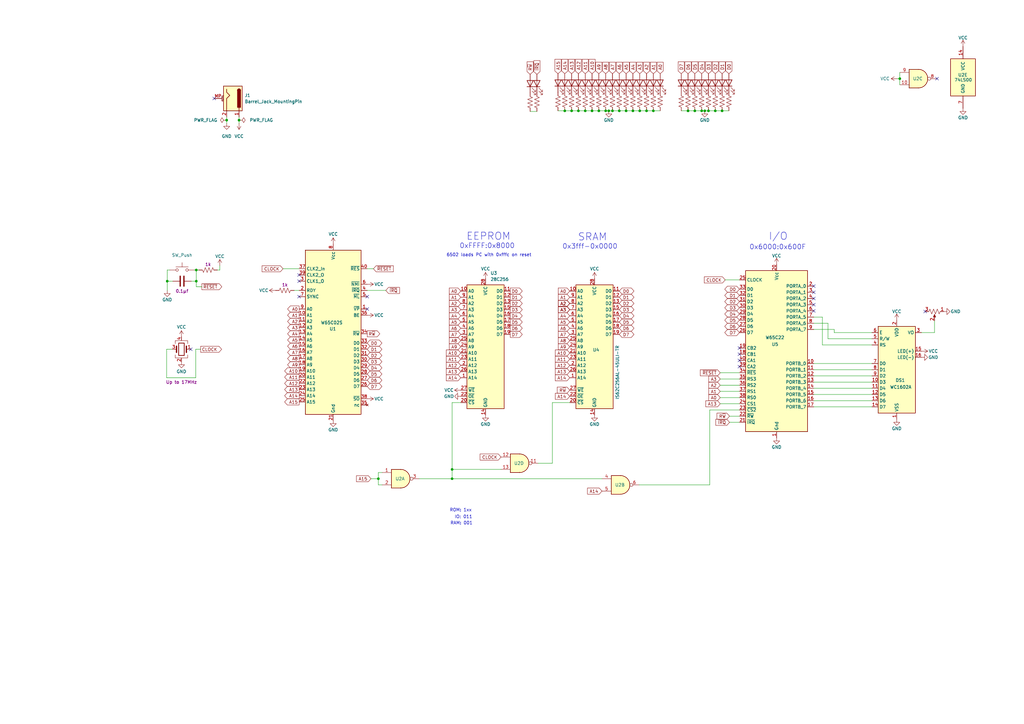
<source format=kicad_sch>
(kicad_sch (version 20211123) (generator eeschema)
  (paper "A3")
  (junction (at 256.794 45.466))
  (junction (at 262.382 45.466))
  (junction (at 242.824 45.466))
  (junction (at 98.044 49.276))
  (junction (at 259.588 45.466))
  (junction (at 254 45.466))
  (junction (at 282.194 45.466))
  (junction (at 234.442 45.466))
  (junction (at 92.964 49.276))
  (junction (at 287.782 45.466))
  (junction (at 289.052 45.466))
  (junction (at 248.412 45.466))
  (junction (at 245.618 45.466))
  (junction (at 68.58 115.316))
  (junction (at 237.236 45.466))
  (junction (at 267.97 45.466))
  (junction (at 185.42 196.342))
  (junction (at 240.03 45.466))
  (junction (at 185.42 192.532))
  (junction (at 293.37 45.466))
  (junction (at 265.176 45.466))
  (junction (at 369.062 32.258))
  (junction (at 155.194 196.342))
  (junction (at 290.576 45.466))
  (junction (at 231.648 45.466))
  (junction (at 296.164 45.466))
  (junction (at 251.206 45.466))
  (junction (at 284.988 45.466))
  (junction (at 249.682 45.466))
  (junction (at 80.518 115.316))
  (junction (at 80.518 110.744))
  (no_connect (at 303.276 145.288))
  (no_connect (at 122.682 121.666))
  (no_connect (at 150.622 126.746))
  (no_connect (at 150.622 121.666))
  (no_connect (at 122.682 115.316))
  (no_connect (at 122.682 112.776))
  (no_connect (at 384.302 32.258))
  (no_connect (at 303.276 150.368))
  (no_connect (at 333.756 117.348))
  (no_connect (at 333.756 119.888))
  (no_connect (at 333.756 122.428))
  (no_connect (at 333.756 124.968))
  (no_connect (at 333.756 127.508))
  (no_connect (at 303.276 147.828))
  (no_connect (at 379.476 127.762))
  (no_connect (at 78.232 143.256))
  (no_connect (at 87.884 40.386))
  (no_connect (at 303.276 142.748))
  (wire (pts (xy 289.052 45.466) (xy 290.576 45.466)))
  (wire (pts (xy 291.084 168.148) (xy 303.276 168.148)))
  (wire (pts (xy 377.952 136.398) (xy 383.286 136.398)))
  (wire (pts (xy 342.138 136.398) (xy 342.138 135.128)))
  (wire (pts (xy 295.402 163.068) (xy 303.276 163.068)))
  (wire (pts (xy 80.264 154.94) (xy 68.326 154.94)))
  (wire (pts (xy 155.194 196.342) (xy 155.194 198.882)))
  (wire (pts (xy 150.622 119.126) (xy 158.242 119.126)))
  (wire (pts (xy 291.084 198.882) (xy 291.084 168.148)))
  (wire (pts (xy 92.964 49.276) (xy 92.964 48.006)))
  (wire (pts (xy 357.632 156.718) (xy 333.756 156.718)))
  (wire (pts (xy 339.598 132.588) (xy 333.756 132.588)))
  (wire (pts (xy 220.726 189.992) (xy 226.568 189.992)))
  (wire (pts (xy 299.212 173.228) (xy 303.276 173.228)))
  (wire (pts (xy 80.518 117.602) (xy 82.804 117.602)))
  (wire (pts (xy 185.42 192.532) (xy 205.486 192.532)))
  (wire (pts (xy 68.58 119.126) (xy 68.58 115.316)))
  (wire (pts (xy 296.164 45.466) (xy 298.958 45.466)))
  (wire (pts (xy 245.618 45.466) (xy 248.412 45.466)))
  (wire (pts (xy 254 45.466) (xy 256.794 45.466)))
  (wire (pts (xy 92.964 50.546) (xy 92.964 49.276)))
  (wire (pts (xy 357.632 141.478) (xy 337.312 141.478)))
  (wire (pts (xy 240.03 45.466) (xy 242.824 45.466)))
  (wire (pts (xy 120.65 119.126) (xy 122.682 119.126)))
  (wire (pts (xy 70.612 143.256) (xy 68.326 143.256)))
  (wire (pts (xy 242.824 45.466) (xy 245.618 45.466)))
  (wire (pts (xy 295.402 160.528) (xy 303.276 160.528)))
  (wire (pts (xy 116.078 110.236) (xy 122.682 110.236)))
  (wire (pts (xy 256.794 45.466) (xy 259.588 45.466)))
  (wire (pts (xy 295.402 165.608) (xy 303.276 165.608)))
  (wire (pts (xy 265.176 45.466) (xy 267.97 45.466)))
  (wire (pts (xy 295.402 157.988) (xy 303.276 157.988)))
  (wire (pts (xy 357.632 164.338) (xy 333.756 164.338)))
  (wire (pts (xy 90.17 110.744) (xy 89.154 110.744)))
  (wire (pts (xy 233.68 165.1) (xy 226.568 165.1)))
  (wire (pts (xy 369.062 32.258) (xy 369.062 34.798)))
  (wire (pts (xy 357.632 149.098) (xy 333.756 149.098)))
  (wire (pts (xy 267.97 45.466) (xy 270.764 45.466)))
  (wire (pts (xy 383.286 131.572) (xy 383.286 136.398)))
  (wire (pts (xy 185.42 196.342) (xy 185.42 192.532)))
  (wire (pts (xy 290.576 45.466) (xy 293.37 45.466)))
  (wire (pts (xy 90.17 108.966) (xy 90.17 110.744)))
  (wire (pts (xy 98.044 49.276) (xy 98.044 48.006)))
  (wire (pts (xy 152.146 196.342) (xy 155.194 196.342)))
  (wire (pts (xy 237.236 45.466) (xy 240.03 45.466)))
  (wire (pts (xy 259.588 45.466) (xy 262.382 45.466)))
  (wire (pts (xy 80.518 110.744) (xy 79.756 110.744)))
  (wire (pts (xy 248.412 45.466) (xy 249.682 45.466)))
  (wire (pts (xy 357.632 154.178) (xy 333.756 154.178)))
  (wire (pts (xy 82.296 143.256) (xy 80.264 143.256)))
  (wire (pts (xy 68.326 154.94) (xy 68.326 143.256)))
  (wire (pts (xy 185.42 165.1) (xy 188.976 165.1)))
  (wire (pts (xy 150.622 110.236) (xy 153.162 110.236)))
  (wire (pts (xy 295.402 152.908) (xy 303.276 152.908)))
  (wire (pts (xy 156.718 193.802) (xy 155.194 193.802)))
  (wire (pts (xy 284.988 45.466) (xy 287.782 45.466)))
  (wire (pts (xy 279.4 45.466) (xy 282.194 45.466)))
  (wire (pts (xy 287.782 45.466) (xy 289.052 45.466)))
  (wire (pts (xy 297.434 114.808) (xy 303.276 114.808)))
  (wire (pts (xy 293.37 45.466) (xy 296.164 45.466)))
  (wire (pts (xy 68.58 110.744) (xy 69.596 110.744)))
  (wire (pts (xy 251.206 45.466) (xy 254 45.466)))
  (wire (pts (xy 357.632 138.938) (xy 339.598 138.938)))
  (wire (pts (xy 262.128 198.882) (xy 291.084 198.882)))
  (wire (pts (xy 81.534 110.744) (xy 80.518 110.744)))
  (wire (pts (xy 70.866 115.316) (xy 68.58 115.316)))
  (wire (pts (xy 185.42 196.342) (xy 246.888 196.342)))
  (wire (pts (xy 357.632 166.878) (xy 333.756 166.878)))
  (wire (pts (xy 155.194 193.802) (xy 155.194 196.342)))
  (wire (pts (xy 337.312 130.048) (xy 333.756 130.048)))
  (wire (pts (xy 339.598 138.938) (xy 339.598 132.588)))
  (wire (pts (xy 249.682 45.466) (xy 251.206 45.466)))
  (wire (pts (xy 337.312 141.478) (xy 337.312 130.048)))
  (wire (pts (xy 185.42 192.532) (xy 185.42 165.1)))
  (wire (pts (xy 368.046 32.258) (xy 369.062 32.258)))
  (wire (pts (xy 299.212 170.688) (xy 303.276 170.688)))
  (wire (pts (xy 295.402 155.448) (xy 303.276 155.448)))
  (wire (pts (xy 80.518 115.316) (xy 80.518 117.602)))
  (wire (pts (xy 68.58 115.316) (xy 68.58 110.744)))
  (wire (pts (xy 357.632 136.398) (xy 342.138 136.398)))
  (wire (pts (xy 228.854 45.466) (xy 231.648 45.466)))
  (wire (pts (xy 155.194 198.882) (xy 156.718 198.882)))
  (wire (pts (xy 231.648 45.466) (xy 234.442 45.466)))
  (wire (pts (xy 282.194 45.466) (xy 284.988 45.466)))
  (wire (pts (xy 357.632 161.798) (xy 333.756 161.798)))
  (wire (pts (xy 226.568 165.1) (xy 226.568 189.992)))
  (wire (pts (xy 217.424 45.72) (xy 220.218 45.72)))
  (wire (pts (xy 234.442 45.466) (xy 237.236 45.466)))
  (wire (pts (xy 342.138 135.128) (xy 333.756 135.128)))
  (wire (pts (xy 98.044 50.546) (xy 98.044 49.276)))
  (wire (pts (xy 171.958 196.342) (xy 185.42 196.342)))
  (wire (pts (xy 80.518 115.316) (xy 80.518 110.744)))
  (wire (pts (xy 357.632 159.258) (xy 333.756 159.258)))
  (wire (pts (xy 262.382 45.466) (xy 265.176 45.466)))
  (wire (pts (xy 80.264 143.256) (xy 80.264 154.94)))
  (wire (pts (xy 369.062 29.718) (xy 369.062 32.258)))
  (wire (pts (xy 357.632 151.638) (xy 333.756 151.638)))
  (wire (pts (xy 78.486 115.316) (xy 80.518 115.316)))
  (text "0xFFFF:0x8000" (at 188.468 102.108 0) (effects (font (size 2 2)) (justify left bottom)))
  (text "I/O" (at 315.214 98.806 0) (effects (font (size 3 3)) (justify left bottom)))
  (text "ROM: 1xx" (at 184.404 210.058 0) (effects (font (size 1.27 1.27)) (justify left bottom)))
  (text "0x3fff-0x0000" (at 230.632 102.362 0) (effects (font (size 2 2)) (justify left bottom)))
  (text "IO: 011" (at 186.436 212.852 0) (effects (font (size 1.27 1.27)) (justify left bottom)))
  (text "0x6000:0x600F" (at 307.34 102.616 0) (effects (font (size 2 2)) (justify left bottom)))
  (text "RAM: 001" (at 184.658 215.392 0) (effects (font (size 1.27 1.27)) (justify left bottom)))
  (text "EEPROM" (at 191.262 98.806 0) (effects (font (size 3 3)) (justify left bottom)))
  (text "6502 loads PC with 0xfffc on reset" (at 183.134 105.41 0) (effects (font (size 1.27 1.27)) (justify left bottom)))
  (text "SRAM" (at 236.982 99.06 0) (effects (font (size 3 3)) (justify left bottom)))
  (global_label "D4" (shape bidirectional) (at 303.276 128.778 180) (property "Intersheet References" "${INTERSHEET_REFS}" (effects hide)))
  (global_label "CLOCK" (shape output) (at 82.296 143.256 0) (property "Intersheet References" "${INTERSHEET_REFS}" (effects hide)))
  (global_label "A14" (shape output) (at 122.682 162.306 180) (property "Intersheet References" "${INTERSHEET_REFS}" (effects hide)))
  (global_label "A2" (shape input) (at 233.68 124.46 180) (property "Intersheet References" "${INTERSHEET_REFS}" (effects hide)))
  (global_label "D6" (shape bidirectional) (at 150.622 155.956 0) (property "Intersheet References" "${INTERSHEET_REFS}" (effects hide)))
  (global_label "A14" (shape input) (at 233.68 162.56 180) (property "Intersheet References" "${INTERSHEET_REFS}" (effects hide)))
  (global_label "D3" (shape bidirectional) (at 303.276 126.238 180) (property "Intersheet References" "${INTERSHEET_REFS}" (effects hide)))
  (global_label "D1" (shape bidirectional) (at 303.276 121.158 180) (property "Intersheet References" "${INTERSHEET_REFS}" (effects hide)))
  (global_label "A2" (shape input) (at 295.402 157.988 180) (property "Intersheet References" "${INTERSHEET_REFS}" (effects hide)))
  (global_label "D6" (shape output) (at 209.296 134.62 0) (property "Intersheet References" "${INTERSHEET_REFS}" (effects hide)))
  (global_label "A5" (shape input) (at 256.794 30.226 90) (property "Intersheet References" "${INTERSHEET_REFS}" (effects hide)))
  (global_label "D7" (shape input) (at 279.4 30.226 90) (property "Intersheet References" "${INTERSHEET_REFS}" (effects hide)))
  (global_label "A7" (shape input) (at 233.68 137.16 180) (property "Intersheet References" "${INTERSHEET_REFS}" (effects hide)))
  (global_label "D1" (shape bidirectional) (at 150.622 143.256 0) (property "Intersheet References" "${INTERSHEET_REFS}" (effects hide)))
  (global_label "D0" (shape bidirectional) (at 254 119.38 0) (property "Intersheet References" "${INTERSHEET_REFS}" (effects hide)))
  (global_label "A4" (shape input) (at 259.588 30.226 90) (property "Intersheet References" "${INTERSHEET_REFS}" (effects hide)))
  (global_label "A15" (shape input) (at 228.854 30.226 90) (property "Intersheet References" "${INTERSHEET_REFS}" (effects hide)))
  (global_label "D3" (shape bidirectional) (at 254 127 0) (property "Intersheet References" "${INTERSHEET_REFS}" (effects hide)))
  (global_label "A12" (shape output) (at 122.682 157.226 180) (property "Intersheet References" "${INTERSHEET_REFS}" (effects hide)))
  (global_label "A3" (shape input) (at 233.68 127 180) (property "Intersheet References" "${INTERSHEET_REFS}" (effects hide)))
  (global_label "D6" (shape bidirectional) (at 254 134.62 0) (property "Intersheet References" "${INTERSHEET_REFS}" (effects hide)))
  (global_label "CLOCK" (shape input) (at 297.434 114.808 180) (property "Intersheet References" "${INTERSHEET_REFS}" (effects hide)))
  (global_label "A3" (shape input) (at 295.402 155.448 180) (property "Intersheet References" "${INTERSHEET_REFS}" (effects hide)))
  (global_label "D4" (shape input) (at 287.782 30.226 90) (property "Intersheet References" "${INTERSHEET_REFS}" (effects hide)))
  (global_label "A14" (shape input) (at 233.68 154.94 180) (property "Intersheet References" "${INTERSHEET_REFS}" (effects hide)))
  (global_label "A2" (shape input) (at 233.68 124.46 180) (property "Intersheet References" "${INTERSHEET_REFS}" (effects hide)))
  (global_label "A1" (shape output) (at 122.682 129.286 180) (property "Intersheet References" "${INTERSHEET_REFS}" (effects hide)))
  (global_label "D4" (shape bidirectional) (at 150.622 150.876 0) (property "Intersheet References" "${INTERSHEET_REFS}" (effects hide)))
  (global_label "A13" (shape input) (at 233.68 152.4 180) (property "Intersheet References" "${INTERSHEET_REFS}" (effects hide)))
  (global_label "A9" (shape input) (at 233.68 142.24 180) (property "Intersheet References" "${INTERSHEET_REFS}" (effects hide)))
  (global_label "D1" (shape output) (at 209.296 121.92 0) (property "Intersheet References" "${INTERSHEET_REFS}" (effects hide)))
  (global_label "D5" (shape output) (at 209.296 132.08 0) (property "Intersheet References" "${INTERSHEET_REFS}" (effects hide)))
  (global_label "~{RESET}" (shape input) (at 295.402 152.908 180) (property "Intersheet References" "${INTERSHEET_REFS}" (effects hide)))
  (global_label "~{RESET}" (shape input) (at 153.162 110.236 0) (property "Intersheet References" "${INTERSHEET_REFS}" (effects hide)))
  (global_label "D6" (shape input) (at 282.194 30.226 90) (property "Intersheet References" "${INTERSHEET_REFS}" (effects hide)))
  (global_label "A9" (shape input) (at 245.618 30.226 90) (property "Intersheet References" "${INTERSHEET_REFS}" (effects hide)))
  (global_label "A1" (shape input) (at 267.97 30.226 90) (property "Intersheet References" "${INTERSHEET_REFS}" (effects hide)))
  (global_label "A15" (shape output) (at 122.682 164.846 180) (property "Intersheet References" "${INTERSHEET_REFS}" (effects hide)))
  (global_label "A3" (shape input) (at 233.68 127 180) (property "Intersheet References" "${INTERSHEET_REFS}" (effects hide)))
  (global_label "A14" (shape input) (at 246.888 201.422 180) (property "Intersheet References" "${INTERSHEET_REFS}" (effects hide)))
  (global_label "A4" (shape input) (at 188.976 129.54 180) (property "Intersheet References" "${INTERSHEET_REFS}" (effects hide)))
  (global_label "A3" (shape input) (at 188.976 127 180) (property "Intersheet References" "${INTERSHEET_REFS}" (effects hide)))
  (global_label "R~{W}" (shape input) (at 217.424 30.48 90) (property "Intersheet References" "${INTERSHEET_REFS}" (effects hide)))
  (global_label "A14" (shape input) (at 188.976 154.94 180) (property "Intersheet References" "${INTERSHEET_REFS}" (effects hide)))
  (global_label "D5" (shape bidirectional) (at 254 132.08 0) (property "Intersheet References" "${INTERSHEET_REFS}" (effects hide)))
  (global_label "D5" (shape bidirectional) (at 150.622 153.416 0) (property "Intersheet References" "${INTERSHEET_REFS}" (effects hide)))
  (global_label "D7" (shape bidirectional) (at 254 137.16 0) (property "Intersheet References" "${INTERSHEET_REFS}" (effects hide)))
  (global_label "A10" (shape input) (at 242.824 30.226 90) (property "Intersheet References" "${INTERSHEET_REFS}" (effects hide)))
  (global_label "A0" (shape output) (at 122.682 126.746 180) (property "Intersheet References" "${INTERSHEET_REFS}" (effects hide)))
  (global_label "D3" (shape bidirectional) (at 150.622 148.336 0) (property "Intersheet References" "${INTERSHEET_REFS}" (effects hide)))
  (global_label "A2" (shape input) (at 188.976 124.46 180) (property "Intersheet References" "${INTERSHEET_REFS}" (effects hide)))
  (global_label "A9" (shape output) (at 122.682 149.606 180) (property "Intersheet References" "${INTERSHEET_REFS}" (effects hide)))
  (global_label "A15" (shape input) (at 152.146 196.342 180) (property "Intersheet References" "${INTERSHEET_REFS}" (effects hide)))
  (global_label "A12" (shape input) (at 188.976 149.86 180) (property "Intersheet References" "${INTERSHEET_REFS}" (effects hide)))
  (global_label "D0" (shape input) (at 298.958 30.226 90) (property "Intersheet References" "${INTERSHEET_REFS}" (effects hide)))
  (global_label "D1" (shape input) (at 296.164 30.226 90) (property "Intersheet References" "${INTERSHEET_REFS}" (effects hide)))
  (global_label "D7" (shape output) (at 209.296 137.16 0) (property "Intersheet References" "${INTERSHEET_REFS}" (effects hide)))
  (global_label "D0" (shape bidirectional) (at 303.276 118.618 180) (property "Intersheet References" "${INTERSHEET_REFS}" (effects hide)))
  (global_label "R~{W}" (shape input) (at 299.212 170.688 180) (property "Intersheet References" "${INTERSHEET_REFS}" (effects hide)))
  (global_label "A11" (shape output) (at 122.682 154.686 180) (property "Intersheet References" "${INTERSHEET_REFS}" (effects hide)))
  (global_label "A10" (shape output) (at 122.682 152.146 180) (property "Intersheet References" "${INTERSHEET_REFS}" (effects hide)))
  (global_label "A4" (shape input) (at 233.68 129.54 180) (property "Intersheet References" "${INTERSHEET_REFS}" (effects hide)))
  (global_label "R~{W}" (shape input) (at 233.68 160.02 180) (property "Intersheet References" "${INTERSHEET_REFS}" (effects hide)))
  (global_label "A8" (shape input) (at 248.412 30.226 90) (property "Intersheet References" "${INTERSHEET_REFS}" (effects hide)))
  (global_label "A4" (shape output) (at 122.682 136.906 180) (property "Intersheet References" "${INTERSHEET_REFS}" (effects hide)))
  (global_label "A13" (shape input) (at 295.402 165.608 180) (property "Intersheet References" "${INTERSHEET_REFS}" (effects hide)))
  (global_label "A7" (shape input) (at 188.976 137.16 180) (property "Intersheet References" "${INTERSHEET_REFS}" (effects hide)))
  (global_label "D0" (shape output) (at 209.296 119.38 0) (property "Intersheet References" "${INTERSHEET_REFS}" (effects hide)))
  (global_label "A5" (shape output) (at 122.682 139.446 180) (property "Intersheet References" "${INTERSHEET_REFS}" (effects hide)))
  (global_label "A2" (shape input) (at 265.176 30.226 90) (property "Intersheet References" "${INTERSHEET_REFS}" (effects hide)))
  (global_label "A6" (shape input) (at 188.976 134.62 180) (property "Intersheet References" "${INTERSHEET_REFS}" (effects hide)))
  (global_label "A13" (shape input) (at 188.976 152.4 180) (property "Intersheet References" "${INTERSHEET_REFS}" (effects hide)))
  (global_label "CLOCK" (shape input) (at 116.078 110.236 180) (property "Intersheet References" "${INTERSHEET_REFS}" (effects hide)))
  (global_label "A6" (shape input) (at 233.68 134.62 180) (property "Intersheet References" "${INTERSHEET_REFS}" (effects hide)))
  (global_label "D1" (shape bidirectional) (at 254 121.92 0) (property "Intersheet References" "${INTERSHEET_REFS}" (effects hide)))
  (global_label "A12" (shape input) (at 237.236 30.226 90) (property "Intersheet References" "${INTERSHEET_REFS}" (effects hide)))
  (global_label "D5" (shape input) (at 284.988 30.226 90) (property "Intersheet References" "${INTERSHEET_REFS}" (effects hide)))
  (global_label "A2" (shape output) (at 122.682 131.826 180) (property "Intersheet References" "${INTERSHEET_REFS}" (effects hide)))
  (global_label "~{IRQ}" (shape input) (at 158.242 119.126 0) (property "Intersheet References" "${INTERSHEET_REFS}" (effects hide)))
  (global_label "A5" (shape input) (at 233.68 132.08 180) (property "Intersheet References" "${INTERSHEET_REFS}" (effects hide)))
  (global_label "~{RESET}" (shape output) (at 82.804 117.602 0) (property "Intersheet References" "${INTERSHEET_REFS}" (effects hide)))
  (global_label "A1" (shape input) (at 188.976 121.92 180) (property "Intersheet References" "${INTERSHEET_REFS}" (effects hide)))
  (global_label "A13" (shape input) (at 234.442 30.226 90) (property "Intersheet References" "${INTERSHEET_REFS}" (effects hide)))
  (global_label "A0" (shape input) (at 188.976 119.38 180) (property "Intersheet References" "${INTERSHEET_REFS}" (effects hide)))
  (global_label "A13" (shape output) (at 122.682 159.766 180) (property "Intersheet References" "${INTERSHEET_REFS}" (effects hide)))
  (global_label "A5" (shape input) (at 188.976 132.08 180) (property "Intersheet References" "${INTERSHEET_REFS}" (effects hide)))
  (global_label "D2" (shape bidirectional) (at 254 124.46 0) (property "Intersheet References" "${INTERSHEET_REFS}" (effects hide)))
  (global_label "D2" (shape output) (at 209.296 124.46 0) (property "Intersheet References" "${INTERSHEET_REFS}" (effects hide)))
  (global_label "D6" (shape bidirectional) (at 303.276 133.858 180) (property "Intersheet References" "${INTERSHEET_REFS}" (effects hide)))
  (global_label "CLOCK" (shape input) (at 205.486 187.452 180) (property "Intersheet References" "${INTERSHEET_REFS}" (effects hide)))
  (global_label "A0" (shape input) (at 270.764 30.226 90) (property "Intersheet References" "${INTERSHEET_REFS}" (effects hide)))
  (global_label "A8" (shape input) (at 233.68 139.7 180) (property "Intersheet References" "${INTERSHEET_REFS}" (effects hide)))
  (global_label "A11" (shape input) (at 240.03 30.226 90) (property "Intersheet References" "${INTERSHEET_REFS}" (effects hide)))
  (global_label "D5" (shape bidirectional) (at 303.276 131.318 180) (property "Intersheet References" "${INTERSHEET_REFS}" (effects hide)))
  (global_label "A1" (shape input) (at 295.402 160.528 180) (property "Intersheet References" "${INTERSHEET_REFS}" (effects hide)))
  (global_label "A8" (shape output) (at 122.682 147.066 180) (property "Intersheet References" "${INTERSHEET_REFS}" (effects hide)))
  (global_label "D7" (shape bidirectional) (at 150.622 158.496 0) (property "Intersheet References" "${INTERSHEET_REFS}" (effects hide)))
  (global_label "A11" (shape input) (at 233.68 147.32 180) (property "Intersheet References" "${INTERSHEET_REFS}" (effects hide)))
  (global_label "D0" (shape bidirectional) (at 150.622 140.716 0) (property "Intersheet References" "${INTERSHEET_REFS}" (effects hide)))
  (global_label "A3" (shape input) (at 262.382 30.226 90) (property "Intersheet References" "${INTERSHEET_REFS}" (effects hide)))
  (global_label "R~{W}" (shape output) (at 150.622 136.906 0) (property "Intersheet References" "${INTERSHEET_REFS}" (effects hide)))
  (global_label "A7" (shape input) (at 251.206 30.226 90) (property "Intersheet References" "${INTERSHEET_REFS}" (effects hide)))
  (global_label "D7" (shape bidirectional) (at 303.276 136.398 180) (property "Intersheet References" "${INTERSHEET_REFS}" (effects hide)))
  (global_label "D4" (shape output) (at 209.296 129.54 0) (property "Intersheet References" "${INTERSHEET_REFS}" (effects hide)))
  (global_label "A6" (shape input) (at 254 30.226 90) (property "Intersheet References" "${INTERSHEET_REFS}" (effects hide)))
  (global_label "~{IRQ}" (shape input) (at 220.218 30.48 90) (property "Intersheet References" "${INTERSHEET_REFS}" (effects hide)))
  (global_label "A10" (shape input) (at 188.976 144.78 180) (property "Intersheet References" "${INTERSHEET_REFS}" (effects hide)))
  (global_label "A9" (shape input) (at 188.976 142.24 180) (property "Intersheet References" "${INTERSHEET_REFS}" (effects hide)))
  (global_label "A11" (shape input) (at 188.976 147.32 180) (property "Intersheet References" "${INTERSHEET_REFS}" (effects hide)))
  (global_label "D3" (shape output) (at 209.296 127 0) (property "Intersheet References" "${INTERSHEET_REFS}" (effects hide)))
  (global_label "A1" (shape input) (at 233.68 121.92 180) (property "Intersheet References" "${INTERSHEET_REFS}" (effects hide)))
  (global_label "~{IRQ}" (shape input) (at 299.212 173.228 180) (property "Intersheet References" "${INTERSHEET_REFS}" (effects hide)))
  (global_label "A8" (shape input) (at 188.976 139.7 180) (property "Intersheet References" "${INTERSHEET_REFS}" (effects hide)))
  (global_label "A3" (shape output) (at 122.682 134.366 180) (property "Intersheet References" "${INTERSHEET_REFS}" (effects hide)))
  (global_label "A0" (shape input) (at 295.402 163.068 180) (property "Intersheet References" "${INTERSHEET_REFS}" (effects hide)))
  (global_label "A0" (shape input) (at 233.68 119.38 180) (property "Intersheet References" "${INTERSHEET_REFS}" (effects hide)))
  (global_label "A6" (shape output) (at 122.682 141.986 180) (property "Intersheet References" "${INTERSHEET_REFS}" (effects hide)))
  (global_label "A10" (shape input) (at 233.68 144.78 180) (property "Intersheet References" "${INTERSHEET_REFS}" (effects hide)))
  (global_label "D2" (shape bidirectional) (at 150.622 145.796 0) (property "Intersheet References" "${INTERSHEET_REFS}" (effects hide)))
  (global_label "A7" (shape output) (at 122.682 144.526 180) (property "Intersheet References" "${INTERSHEET_REFS}" (effects hide)))
  (global_label "D4" (shape bidirectional) (at 254 129.54 0) (property "Intersheet References" "${INTERSHEET_REFS}" (effects hide)))
  (global_label "D2" (shape input) (at 293.37 30.226 90) (property "Intersheet References" "${INTERSHEET_REFS}" (effects hide)))
  (global_label "A14" (shape input) (at 231.648 30.226 90) (property "Intersheet References" "${INTERSHEET_REFS}" (effects hide)))
  (global_label "D3" (shape input) (at 290.576 30.226 90) (property "Intersheet References" "${INTERSHEET_REFS}" (effects hide)))
  (global_label "D2" (shape bidirectional) (at 303.276 123.698 180) (property "Intersheet References" "${INTERSHEET_REFS}" (effects hide)))
  (global_label "A12" (shape input) (at 233.68 149.86 180) (property "Intersheet References" "${INTERSHEET_REFS}" (effects hide)))
  (symbol (lib_id "Device:LED") (at 220.218 34.29 90) (unit 1)
    (property "Reference" "D2" (effects hide))
    (property "Value" "LED" (effects hide))
    (property "Footprint" "LED_SMD:LED_0805_2012Metric" (effects hide))
  )
  (symbol (lib_id "Device:R_US") (at 217.424 41.91 180) (unit 1)
    (property "Reference" "R3" (effects hide))
    (property "Value" "R_US" (effects hide))
    (property "Footprint" "Resistor_SMD:R_0805_2012Metric" (effects hide))
    (property "Field4" "1k" (effects hide))
  )
  (symbol (lib_id "power:VCC") (at 150.622 116.586 270) (unit 1)
    (property "Reference" "#PWR08" (effects hide))
    (property "Value" "VCC" (at 155.448 116.586 90))
  )
  (symbol (lib_id "Device:R_US") (at 284.988 41.656 180) (unit 1)
    (property "Reference" "R23" (effects hide))
    (property "Value" "R_US" (effects hide))
    (property "Footprint" "Resistor_SMD:R_0805_2012Metric" (effects hide))
    (property "Field4" "1k" (effects hide))
  )
  (symbol (lib_id "Device:R_US") (at 240.03 41.656 180) (unit 1)
    (property "Reference" "R9" (effects hide))
    (property "Value" "R_US" (effects hide))
    (property "Footprint" "Resistor_SMD:R_0805_2012Metric" (effects hide))
    (property "Field4" "1k" (effects hide))
  )
  (symbol (lib_id "power:VCC") (at 74.422 138.176 0) (unit 1)
    (property "Reference" "#PWR02" (effects hide))
    (property "Value" "VCC" (at 74.422 134.112 0))
  )
  (symbol (lib_id "Device:R_US") (at 231.648 41.656 180) (unit 1)
    (property "Reference" "R6" (effects hide))
    (property "Value" "R_US" (effects hide))
    (property "Footprint" "Resistor_SMD:R_0805_2012Metric" (effects hide))
    (property "Field4" "1k" (effects hide))
  )
  (symbol (lib_id "Device:R_US") (at 245.618 41.656 180) (unit 1)
    (property "Reference" "R11" (effects hide))
    (property "Value" "R_US" (effects hide))
    (property "Footprint" "Resistor_SMD:R_0805_2012Metric" (effects hide))
    (property "Field4" "1k" (effects hide))
  )
  (symbol (lib_id "Device:R_US") (at 254 41.656 180) (unit 1)
    (property "Reference" "R14" (effects hide))
    (property "Value" "R_US" (effects hide))
    (property "Footprint" "Resistor_SMD:R_0805_2012Metric" (effects hide))
    (property "Field4" "1k" (effects hide))
  )
  (symbol (lib_id "power:VCC") (at 368.046 32.258 90) (unit 1)
    (property "Reference" "#PWR0108" (effects hide))
    (property "Value" "VCC" (at 362.966 32.258 90))
  )
  (symbol (lib_id "Device:R_US") (at 267.97 41.656 180) (unit 1)
    (property "Reference" "R19" (effects hide))
    (property "Value" "R_US" (effects hide))
    (property "Footprint" "Resistor_SMD:R_0805_2012Metric" (effects hide))
    (property "Field4" "1k" (effects hide))
  )
  (symbol (lib_id "power:GND") (at 387.096 127.762 90) (unit 1)
    (property "Reference" "#PWR0107" (effects hide))
    (property "Value" "GND" (at 391.922 127.762 90))
  )
  (symbol (lib_id "Device:LED") (at 251.206 34.036 90) (unit 1)
    (property "Reference" "D11" (effects hide))
    (property "Value" "LED" (effects hide))
    (property "Footprint" "LED_SMD:LED_0805_2012Metric" (effects hide))
  )
  (symbol (lib_id "power:GND") (at 68.58 119.126 0) (mirror y) (unit 1)
    (property "Reference" "#PWR01" (effects hide))
    (property "Value" "GND" (at 68.58 122.936 0))
  )
  (symbol (lib_id "Stephen:W65C22") (at 318.516 121.158 0) (unit 1)
    (property "Reference" "U5" (at 316.484 141.224 0) (effects (justify left)))
    (property "Value" "W65C22" (at 313.944 138.43 0) (effects (justify left)))
    (property "Footprint" "Package_QFP:PQFP-44_10x10mm_P0.8mm" (effects hide))
    (property "Datasheet" "https://eater.net/datasheets/w65c22.pdf" (effects hide))
  )
  (symbol (lib_id "power:GND") (at 243.84 170.18 0) (unit 1)
    (property "Reference" "#PWR0106" (effects hide))
    (property "Value" "GND" (at 243.84 173.99 0))
  )
  (symbol (lib_id "Stephen:IS65C256AL") (at 245.11 142.24 0) (unit 1)
    (property "Reference" "U4" (at 243.078 143.51 0) (effects (justify left)))
    (property "Value" "IS62C256AL-45ULI-TR" (at 253.238 163.83 90) (effects (justify left)))
    (property "Footprint" "Package_SO:SOIC-28W_7.5x17.9mm_P1.27mm" (effects hide))
  )
  (symbol (lib_id "Device:R_US") (at 270.764 41.656 180) (unit 1)
    (property "Reference" "R20" (effects hide))
    (property "Value" "R_US" (effects hide))
    (property "Footprint" "Resistor_SMD:R_0805_2012Metric" (effects hide))
    (property "Field4" "1k" (effects hide))
  )
  (symbol (lib_id "Device:R_US") (at 296.164 41.656 180) (unit 1)
    (property "Reference" "R27" (effects hide))
    (property "Value" "R_US" (effects hide))
    (property "Footprint" "Resistor_SMD:R_0805_2012Metric" (effects hide))
    (property "Field4" "1k" (effects hide))
  )
  (symbol (lib_id "Device:R_US") (at 251.206 41.656 180) (unit 1)
    (property "Reference" "R13" (effects hide))
    (property "Value" "R_US" (effects hide))
    (property "Footprint" "Resistor_SMD:R_0805_2012Metric" (effects hide))
    (property "Field4" "1k" (effects hide))
  )
  (symbol (lib_id "Device:R_US") (at 282.194 41.656 180) (unit 1)
    (property "Reference" "R22" (effects hide))
    (property "Value" "R_US" (effects hide))
    (property "Footprint" "Resistor_SMD:R_0805_2012Metric" (effects hide))
    (property "Field4" "1k" (effects hide))
  )
  (symbol (lib_id "Device:R_US") (at 259.588 41.656 180) (unit 1)
    (property "Reference" "R16" (effects hide))
    (property "Value" "R_US" (effects hide))
    (property "Footprint" "Resistor_SMD:R_0805_2012Metric" (effects hide))
    (property "Field4" "1k" (effects hide))
  )
  (symbol (lib_id "74xx:74LS00") (at 394.97 31.75 0) (unit 5)
    (property "Reference" "U2" (at 392.938 30.734 0) (effects (justify left)))
    (property "Value" "74LS00" (at 391.414 32.766 0) (effects (justify left)))
    (property "Footprint" "Package_SO:TSSOP-14_4.4x5mm_P0.65mm" (effects hide))
    (property "Datasheet" "http://www.ti.com/lit/gpn/sn74ls00" (effects hide))
  )
  (symbol (lib_id "Device:LED") (at 245.618 34.036 90) (unit 1)
    (property "Reference" "D9" (effects hide))
    (property "Value" "LED" (effects hide))
    (property "Footprint" "LED_SMD:LED_0805_2012Metric" (effects hide))
  )
  (symbol (lib_id "Device:LED") (at 237.236 34.036 90) (unit 1)
    (property "Reference" "D6" (effects hide))
    (property "Value" "LED" (effects hide))
    (property "Footprint" "LED_SMD:LED_0805_2012Metric" (effects hide))
  )
  (symbol (lib_id "power:GND") (at 394.97 44.45 0) (unit 1)
    (property "Reference" "#PWR019" (effects hide))
    (property "Value" "GND" (at 394.97 48.26 0))
  )
  (symbol (lib_id "Device:LED") (at 296.164 34.036 90) (unit 1)
    (property "Reference" "D25" (effects hide))
    (property "Value" "LED" (effects hide))
    (property "Footprint" "LED_SMD:LED_0805_2012Metric" (effects hide))
  )
  (symbol (lib_id "power:VCC") (at 150.622 129.286 270) (unit 1)
    (property "Reference" "#PWR09" (effects hide))
    (property "Value" "VCC" (at 155.448 129.286 90))
  )
  (symbol (lib_id "power:GND") (at 318.516 179.578 0) (unit 1)
    (property "Reference" "#PWR021" (effects hide))
    (property "Value" "GND" (at 318.516 183.388 0))
  )
  (symbol (lib_id "Device:LED") (at 248.412 34.036 90) (unit 1)
    (property "Reference" "D10" (effects hide))
    (property "Value" "LED" (effects hide))
    (property "Footprint" "LED_SMD:LED_0805_2012Metric" (effects hide))
  )
  (symbol (lib_id "Switch:SW_Push") (at 74.676 110.744 0) (mirror y) (unit 1)
    (property "Reference" "SW1" (effects hide))
    (property "Value" "SW_Push" (at 74.676 104.648 0))
    (property "Footprint" "Button_Switch_THT:SW_PUSH_6mm" (effects hide))
  )
  (symbol (lib_id "power:PWR_FLAG") (at 98.044 49.276 270) (unit 1)
    (property "Reference" "#FLG0102" (effects hide))
    (property "Value" "PWR_FLAG" (at 102.362 49.2759 90) (effects (justify left)))
  )
  (symbol (lib_id "Device:LED") (at 270.764 34.036 90) (unit 1)
    (property "Reference" "D18" (effects hide))
    (property "Value" "LED" (effects hide))
    (property "Footprint" "LED_SMD:LED_0805_2012Metric" (effects hide))
  )
  (symbol (lib_id "Device:LED") (at 234.442 34.036 90) (unit 1)
    (property "Reference" "D5" (effects hide))
    (property "Value" "LED" (effects hide))
    (property "Footprint" "LED_SMD:LED_0805_2012Metric" (effects hide))
  )
  (symbol (lib_id "Device:R_US") (at 290.576 41.656 180) (unit 1)
    (property "Reference" "R25" (effects hide))
    (property "Value" "R_US" (effects hide))
    (property "Footprint" "Resistor_SMD:R_0805_2012Metric" (effects hide))
    (property "Field4" "1k" (effects hide))
  )
  (symbol (lib_id "power:VCC") (at 377.952 144.018 270) (unit 1)
    (property "Reference" "#PWR0103" (effects hide))
    (property "Value" "VCC" (at 382.778 144.018 90))
  )
  (symbol (lib_id "Device:R_US") (at 256.794 41.656 180) (unit 1)
    (property "Reference" "R15" (effects hide))
    (property "Value" "R_US" (effects hide))
    (property "Footprint" "Resistor_SMD:R_0805_2012Metric" (effects hide))
    (property "Field4" "1k" (effects hide))
  )
  (symbol (lib_id "Device:LED") (at 231.648 34.036 90) (unit 1)
    (property "Reference" "D4" (effects hide))
    (property "Value" "LED" (effects hide))
    (property "Footprint" "LED_SMD:LED_0805_2012Metric" (effects hide))
  )
  (symbol (lib_id "power:VCC") (at 199.136 114.3 0) (unit 1)
    (property "Reference" "#PWR013" (effects hide))
    (property "Value" "VCC" (at 199.136 110.236 0))
  )
  (symbol (lib_id "74xx:74LS00") (at 213.106 189.992 0) (unit 4)
    (property "Reference" "U2" (at 212.852 189.992 0))
    (property "Value" "74LS00" (effects hide))
    (property "Datasheet" "http://www.ti.com/lit/gpn/sn74ls00" (effects hide))
  )
  (symbol (lib_id "Device:LED") (at 279.4 34.036 90) (unit 1)
    (property "Reference" "D19" (effects hide))
    (property "Value" "LED" (effects hide))
    (property "Footprint" "LED_SMD:LED_0805_2012Metric" (effects hide))
  )
  (symbol (lib_id "power:VCC") (at 188.976 160.02 90) (unit 1)
    (property "Reference" "#PWR011" (effects hide))
    (property "Value" "VCC" (at 184.15 160.02 90))
  )
  (symbol (lib_id "Device:LED") (at 287.782 34.036 90) (unit 1)
    (property "Reference" "D22" (effects hide))
    (property "Value" "LED" (effects hide))
    (property "Footprint" "LED_SMD:LED_0805_2012Metric" (effects hide))
  )
  (symbol (lib_id "Device:LED") (at 217.424 34.29 90) (unit 1)
    (property "Reference" "D1" (effects hide))
    (property "Value" "LED" (effects hide))
    (property "Footprint" "LED_SMD:LED_0805_2012Metric" (effects hide))
  )
  (symbol (lib_id "Device:R_US") (at 116.84 119.126 90) (unit 1)
    (property "Reference" "R2" (effects hide))
    (property "Value" "R_US" (effects hide))
    (property "Footprint" "Resistor_SMD:R_0805_2012Metric" (effects hide))
    (property "Field4" "1k" (at 116.84 116.84 90))
  )
  (symbol (lib_id "74xx:74LS00") (at 254.508 198.882 0) (unit 2)
    (property "Reference" "U2" (at 254.254 198.882 0))
    (property "Value" "74LS00" (effects hide))
    (property "Datasheet" "http://www.ti.com/lit/gpn/sn74ls00" (effects hide))
  )
  (symbol (lib_id "Device:LED") (at 267.97 34.036 90) (unit 1)
    (property "Reference" "D17" (effects hide))
    (property "Value" "LED" (effects hide))
    (property "Footprint" "LED_SMD:LED_0805_2012Metric" (effects hide))
  )
  (symbol (lib_id "Device:R_US") (at 220.218 41.91 180) (unit 1)
    (property "Reference" "R4" (effects hide))
    (property "Value" "R_US" (effects hide))
    (property "Footprint" "Resistor_SMD:R_0805_2012Metric" (effects hide))
    (property "Field4" "1k" (effects hide))
  )
  (symbol (lib_id "Display_Character:WC1602A") (at 367.792 151.638 0) (unit 1)
    (property "Reference" "DS1" (at 367.284 155.956 0) (effects (justify left)))
    (property "Value" "WC1602A" (at 364.998 158.75 0) (effects (justify left)))
    (property "Footprint" "Display:WC1602A" (effects hide))
    (property "Datasheet" "http://www.wincomlcd.com/pdf/WC1602A-SFYLYHTC06.pdf" (effects hide))
  )
  (symbol (lib_id "power:VCC") (at 318.516 108.458 0) (unit 1)
    (property "Reference" "#PWR020" (effects hide))
    (property "Value" "VCC" (at 318.516 104.902 0))
  )
  (symbol (lib_id "power:GND") (at 367.792 171.958 0) (unit 1)
    (property "Reference" "#PWR0101" (effects hide))
    (property "Value" "GND" (at 367.792 175.768 0))
  )
  (symbol (lib_id "power:VCC") (at 243.84 114.3 0) (unit 1)
    (property "Reference" "#PWR0105" (effects hide))
    (property "Value" "VCC" (at 243.84 110.236 0))
  )
  (symbol (lib_id "power:VCC") (at 150.622 163.576 270) (unit 1)
    (property "Reference" "#PWR010" (effects hide))
    (property "Value" "VCC" (at 155.448 163.576 90))
  )
  (symbol (lib_id "Device:R_US") (at 265.176 41.656 180) (unit 1)
    (property "Reference" "R18" (effects hide))
    (property "Value" "R_US" (effects hide))
    (property "Footprint" "Resistor_SMD:R_0805_2012Metric" (effects hide))
    (property "Field4" "1k" (effects hide))
  )
  (symbol (lib_id "power:GND") (at 249.682 45.466 0) (unit 1)
    (property "Reference" "#PWR015" (effects hide))
    (property "Value" "GND" (at 249.682 49.276 0))
  )
  (symbol (lib_id "power:PWR_FLAG") (at 92.964 49.276 90) (unit 1)
    (property "Reference" "#FLG0101" (effects hide))
    (property "Value" "PWR_FLAG" (at 84.328 49.276 90))
  )
  (symbol (lib_id "Device:R_US") (at 242.824 41.656 180) (unit 1)
    (property "Reference" "R10" (effects hide))
    (property "Value" "R_US" (effects hide))
    (property "Footprint" "Resistor_SMD:R_0805_2012Metric" (effects hide))
    (property "Field4" "1k" (effects hide))
  )
  (symbol (lib_id "Device:Crystal_GND24") (at 74.422 143.256 180) (unit 1)
    (property "Reference" "Y1" (effects hide))
    (property "Value" "Crystal_GND24" (effects hide))
    (property "Footprint" "Crystal:Crystal_SMD_Abracon_ABM3C-4Pin_5.0x3.2mm" (effects hide))
    (property "Field4" "Up to 17MHz" (at 74.422 156.718 0))
  )
  (symbol (lib_id "Device:LED") (at 259.588 34.036 90) (unit 1)
    (property "Reference" "D14" (effects hide))
    (property "Value" "LED" (effects hide))
    (property "Footprint" "LED_SMD:LED_0805_2012Metric" (effects hide))
  )
  (symbol (lib_id "Device:R_Potentiometer_US") (at 383.286 127.762 270) (unit 1)
    (property "Reference" "RV1" (effects hide))
    (property "Value" "R_Potentiometer_US" (effects hide))
    (property "Footprint" "Potentiometer_SMD:Potentiometer_Bourns_3224J_Horizontal" (effects hide))
  )
  (symbol (lib_id "Device:LED") (at 298.958 34.036 90) (unit 1)
    (property "Reference" "D26" (effects hide))
    (property "Value" "LED" (effects hide))
    (property "Footprint" "LED_SMD:LED_0805_2012Metric" (effects hide))
  )
  (symbol (lib_id "Device:R_US") (at 298.958 41.656 180) (unit 1)
    (property "Reference" "R28" (effects hide))
    (property "Value" "R_US" (effects hide))
    (property "Footprint" "Resistor_SMD:R_0805_2012Metric" (effects hide))
    (property "Field4" "1k" (effects hide))
  )
  (symbol (lib_id "power:GND") (at 74.422 148.336 0) (mirror y) (unit 1)
    (property "Reference" "#PWR03" (effects hide))
    (property "Value" "GND" (at 74.422 152.4 0))
  )
  (symbol (lib_id "Device:R_US") (at 85.344 110.744 270) (mirror x) (unit 1)
    (property "Reference" "R1" (effects hide))
    (property "Value" "R_US" (effects hide))
    (property "Footprint" "Resistor_SMD:R_0805_2012Metric" (effects hide))
    (property "Field4" "1k" (at 85.344 108.458 90))
  )
  (symbol (lib_id "Device:R_US") (at 279.4 41.656 180) (unit 1)
    (property "Reference" "R21" (effects hide))
    (property "Value" "R_US" (effects hide))
    (property "Footprint" "Resistor_SMD:R_0805_2012Metric" (effects hide))
    (property "Field4" "1k" (effects hide))
  )
  (symbol (lib_id "power:GND") (at 136.652 172.466 0) (unit 1)
    (property "Reference" "#PWR07" (effects hide))
    (property "Value" "GND" (at 136.652 176.276 0))
  )
  (symbol (lib_id "Connector:Barrel_Jack_MountingPin") (at 95.504 40.386 270) (unit 1)
    (property "Reference" "J1" (at 100.33 39.1159 90) (effects (justify left)))
    (property "Value" "Barrel_Jack_MountingPin" (at 100.33 41.6559 90) (effects (justify left)))
    (property "Footprint" "Connector_BarrelJack:BarrelJack_Horizontal" (effects hide))
  )
  (symbol (lib_id "Device:R_US") (at 287.782 41.656 180) (unit 1)
    (property "Reference" "R24" (effects hide))
    (property "Value" "R_US" (effects hide))
    (property "Footprint" "Resistor_SMD:R_0805_2012Metric" (effects hide))
    (property "Field4" "1k" (effects hide))
  )
  (symbol (lib_id "Device:R_US") (at 228.854 41.656 180) (unit 1)
    (property "Reference" "R5" (effects hide))
    (property "Value" "R_US" (effects hide))
    (property "Footprint" "Resistor_SMD:R_0805_2012Metric" (effects hide))
    (property "Field4" "1k" (effects hide))
  )
  (symbol (lib_id "Device:C") (at 74.676 115.316 270) (mirror x) (unit 1)
    (property "Reference" "C1" (effects hide))
    (property "Value" "C" (effects hide))
    (property "Footprint" "Capacitor_SMD:C_0805_2012Metric" (effects hide))
    (property "Field4" "0.1μf" (at 74.676 119.38 90))
  )
  (symbol (lib_id "Device:LED") (at 262.382 34.036 90) (unit 1)
    (property "Reference" "D15" (effects hide))
    (property "Value" "LED" (effects hide))
    (property "Footprint" "LED_SMD:LED_0805_2012Metric" (effects hide))
  )
  (symbol (lib_id "Device:R_US") (at 293.37 41.656 180) (unit 1)
    (property "Reference" "R26" (effects hide))
    (property "Value" "R_US" (effects hide))
    (property "Footprint" "Resistor_SMD:R_0805_2012Metric" (effects hide))
    (property "Field4" "1k" (effects hide))
  )
  (symbol (lib_id "Memory_EEPROM:28C256") (at 199.136 142.24 0) (unit 1)
    (property "Reference" "U3" (at 201.1554 112.014 0) (effects (justify left)))
    (property "Value" "28C256" (at 201.1554 114.554 0) (effects (justify left)))
    (property "Footprint" "Stephenv6:Microchip-32J-10_2001-B-IPC_A" (effects hide))
    (property "Datasheet" "http://ww1.microchip.com/downloads/en/DeviceDoc/doc0006.pdf" (effects hide))
  )
  (symbol (lib_id "Device:LED") (at 282.194 34.036 90) (unit 1)
    (property "Reference" "D20" (effects hide))
    (property "Value" "LED" (effects hide))
    (property "Footprint" "LED_SMD:LED_0805_2012Metric" (effects hide))
  )
  (symbol (lib_id "Device:LED") (at 242.824 34.036 90) (unit 1)
    (property "Reference" "D8" (effects hide))
    (property "Value" "LED" (effects hide))
    (property "Footprint" "LED_SMD:LED_0805_2012Metric" (effects hide))
  )
  (symbol (lib_id "Device:R_US") (at 248.412 41.656 180) (unit 1)
    (property "Reference" "R12" (effects hide))
    (property "Value" "R_US" (effects hide))
    (property "Footprint" "Resistor_SMD:R_0805_2012Metric" (effects hide))
    (property "Field4" "1k" (effects hide))
  )
  (symbol (lib_id "Device:LED") (at 240.03 34.036 90) (unit 1)
    (property "Reference" "D7" (effects hide))
    (property "Value" "LED" (effects hide))
    (property "Footprint" "LED_SMD:LED_0805_2012Metric" (effects hide))
  )
  (symbol (lib_id "Device:LED") (at 254 34.036 90) (unit 1)
    (property "Reference" "D12" (effects hide))
    (property "Value" "LED" (effects hide))
    (property "Footprint" "LED_SMD:LED_0805_2012Metric" (effects hide))
  )
  (symbol (lib_id "Device:LED") (at 256.794 34.036 90) (unit 1)
    (property "Reference" "D13" (effects hide))
    (property "Value" "LED" (effects hide))
    (property "Footprint" "LED_SMD:LED_0805_2012Metric" (effects hide))
  )
  (symbol (lib_id "power:GND") (at 289.052 45.466 0) (unit 1)
    (property "Reference" "#PWR016" (effects hide))
    (property "Value" "GND" (at 289.052 49.276 0))
  )
  (symbol (lib_id "74xx:74LS00") (at 164.338 196.342 0) (unit 1)
    (property "Reference" "U2" (at 164.084 196.342 0))
    (property "Value" "74LS00" (effects hide))
    (property "Datasheet" "http://www.ti.com/lit/gpn/sn74ls00" (effects hide))
  )
  (symbol (lib_id "power:VCC") (at 136.652 100.076 0) (unit 1)
    (property "Reference" "#PWR06" (effects hide))
    (property "Value" "VCC" (at 136.652 96.012 0))
  )
  (symbol (lib_id "power:VCC") (at 113.03 119.126 90) (unit 1)
    (property "Reference" "#PWR05" (effects hide))
    (property "Value" "VCC" (at 108.204 119.126 90))
  )
  (symbol (lib_id "Device:R_US") (at 237.236 41.656 180) (unit 1)
    (property "Reference" "R8" (effects hide))
    (property "Value" "R_US" (effects hide))
    (property "Footprint" "Resistor_SMD:R_0805_2012Metric" (effects hide))
    (property "Field4" "1k" (effects hide))
  )
  (symbol (lib_id "Stephen:W65C02S") (at 135.382 130.556 0) (unit 1)
    (property "Reference" "U1" (at 135.128 134.874 0) (effects (justify left)))
    (property "Value" "W65C02S" (at 131.572 132.334 0) (effects (justify left)))
    (property "Footprint" "Package_QFP:PQFP-44_10x10mm_P0.8mm" (effects hide))
    (property "Datasheet" "https://www.jameco.com/Jameco/Products/ProdDS/2143638.pdf" (effects hide))
  )
  (symbol (lib_id "Device:LED") (at 265.176 34.036 90) (unit 1)
    (property "Reference" "D16" (effects hide))
    (property "Value" "LED" (effects hide))
    (property "Footprint" "LED_SMD:LED_0805_2012Metric" (effects hide))
  )
  (symbol (lib_id "Device:LED") (at 284.988 34.036 90) (unit 1)
    (property "Reference" "D21" (effects hide))
    (property "Value" "LED" (effects hide))
    (property "Footprint" "LED_SMD:LED_0805_2012Metric" (effects hide))
  )
  (symbol (lib_id "power:VCC") (at 394.97 19.05 0) (unit 1)
    (property "Reference" "#PWR018" (effects hide))
    (property "Value" "VCC" (at 394.97 15.494 0))
  )
  (symbol (lib_id "power:VCC") (at 367.792 131.318 0) (unit 1)
    (property "Reference" "#PWR0102" (effects hide))
    (property "Value" "VCC" (at 367.792 127.762 0))
  )
  (symbol (lib_id "power:GND") (at 377.952 146.558 90) (unit 1)
    (property "Reference" "#PWR0104" (effects hide))
    (property "Value" "GND" (at 382.778 146.558 90))
  )
  (symbol (lib_id "power:GND") (at 92.964 50.546 0) (unit 1)
    (property "Reference" "#PWR0110" (effects hide))
    (property "Value" "GND" (at 92.964 55.88 0))
  )
  (symbol (lib_id "Device:R_US") (at 234.442 41.656 180) (unit 1)
    (property "Reference" "R7" (effects hide))
    (property "Value" "R_US" (effects hide))
    (property "Footprint" "Resistor_SMD:R_0805_2012Metric" (effects hide))
    (property "Field4" "1k" (effects hide))
  )
  (symbol (lib_id "Device:LED") (at 228.854 34.036 90) (unit 1)
    (property "Reference" "D3" (effects hide))
    (property "Value" "LED" (effects hide))
    (property "Footprint" "LED_SMD:LED_0805_2012Metric" (effects hide))
  )
  (symbol (lib_id "power:GND") (at 188.976 162.56 270) (unit 1)
    (property "Reference" "#PWR012" (effects hide))
    (property "Value" "GND" (at 184.15 162.56 90))
  )
  (symbol (lib_id "Device:LED") (at 290.576 34.036 90) (unit 1)
    (property "Reference" "D23" (effects hide))
    (property "Value" "LED" (effects hide))
    (property "Footprint" "LED_SMD:LED_0805_2012Metric" (effects hide))
  )
  (symbol (lib_id "power:GND") (at 199.136 170.18 0) (unit 1)
    (property "Reference" "#PWR014" (effects hide))
    (property "Value" "GND" (at 199.136 173.99 0))
  )
  (symbol (lib_id "74xx:74LS00") (at 376.682 32.258 0) (unit 3)
    (property "Reference" "U2" (at 376.428 32.258 0))
    (property "Value" "74LS00" (effects hide))
    (property "Datasheet" "http://www.ti.com/lit/gpn/sn74ls00" (effects hide))
  )
  (symbol (lib_id "Device:LED") (at 293.37 34.036 90) (unit 1)
    (property "Reference" "D24" (effects hide))
    (property "Value" "LED" (effects hide))
    (property "Footprint" "LED_SMD:LED_0805_2012Metric" (effects hide))
  )
  (symbol (lib_id "power:VCC") (at 90.17 108.966 0) (mirror y) (unit 1)
    (property "Reference" "#PWR04" (effects hide))
    (property "Value" "VCC" (at 90.17 105.156 0))
  )
  (symbol (lib_id "power:VCC") (at 98.044 50.546 180) (unit 1)
    (property "Reference" "#PWR0109" (effects hide))
    (property "Value" "VCC" (at 98.044 55.88 0))
  )
  (symbol (lib_id "Device:R_US") (at 262.382 41.656 180) (unit 1)
    (property "Reference" "R17" (effects hide))
    (property "Value" "R_US" (effects hide))
    (property "Footprint" "Resistor_SMD:R_0805_2012Metric" (effects hide))
    (property "Field4" "1k" (effects hide))
  )
)
</source>
